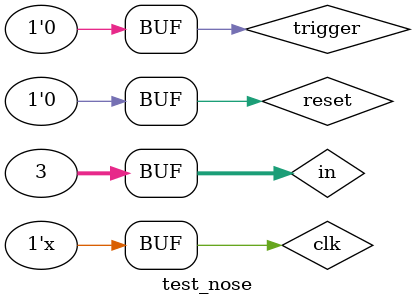
<source format=sv>
`timescale 1ns / 1ps


module test_nose();

  // Parámetros
  localparam real CLK_PERIOD = 10; // Período de la señal de reloj en ns

  // Señales
  logic clk;
  logic reset;
  logic trigger;
  logic [31:0] in;
  logic idle;
  logic [31:0] bcd;

  // Instancia del módulo a probar
  unsigned_to_bcd dut (
    .clk(clk),
    .reset(reset),
    .trigger(trigger),
    .in(in),
    .idle(idle),
    .bcd(bcd)
  );

  // Generación de la señal de reloj
  always #5 clk = ~clk;
  

  // Estímulo
  initial begin
    clk = 0;
    reset = 1;
    trigger = 0;
    in = 0;
    
    #20 reset = 0;
        in = 32'h0;
    
    #40 in = 32'hf;
        trigger = 1;
        
        
    #100 trigger = 0;
    #50 in = 32'h3;    
  end

endmodule
</source>
